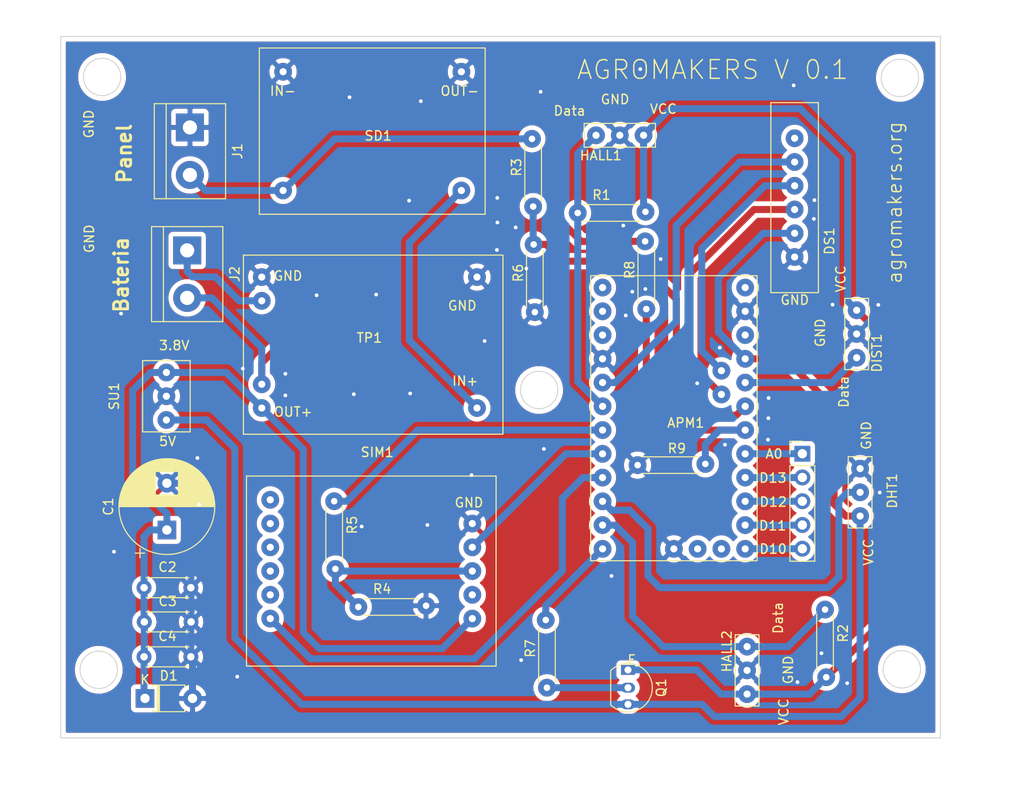
<source format=kicad_pcb>
(kicad_pcb (version 20171130) (host pcbnew "(5.1.5)-3")
  (layers (0 F.Cu signal hide) (31 B.Cu signal) (34 B.Paste user hide) (35 F.Paste user hide) (36 B.SilkS user hide) (37 F.SilkS user) (38 B.Mask user) (39 F.Mask user) (44 Edge.Cuts user))
  (net 0 "")
  (net 1 GND)
  (net 2 "Net-(APM1-Pad29)")
  (net 3 "Net-(APM1-Pad28)")
  (net 4 "Net-(APM1-Pad17)")
  (net 5 +5V)
  (net 6 "Net-(APM1-Pad11)")
  (net 7 "Net-(APM1-Pad10)")
  (net 8 "Net-(APM1-Pad9)")
  (net 9 "Net-(APM1-Pad8)")
  (net 10 "Net-(APM1-Pad7)")
  (net 11 "Net-(APM1-Pad6)")
  (net 12 "Net-(APM1-Pad5)")
  (net 13 "Net-(J1-Pad2)")
  (net 14 +3V8)
  (net 15 "Net-(R4-Pad1)")
  (net 16 "Net-(SD1-Pad4)")
  (net 17 "Net-(APM1-Pad12)")
  (net 18 VCCQ)
  (net 19 "Net-(Q1-Pad2)")
  (net 20 "Net-(APM1-Pad26)")
  (net 21 "Net-(APM1-Pad25)")
  (net 22 "Net-(APM1-Pad24)")
  (net 23 "Net-(APM1-Pad23)")
  (net 24 "Net-(APM1-Pad22)")
  (net 25 "Net-(APM1-Pad21)")
  (net 26 "Net-(APM1-Pad20)")
  (net 27 "Net-(APM1-Pad15)")
  (net 28 "Net-(APM1-Pad13)")
  (net 29 "Net-(APM1-Pad3)")
  (net 30 "Net-(APM1-Pad2)")
  (net 31 "Net-(APM1-Pad1)")
  (net 32 "Net-(DS1-Pad1)")
  (net 33 "Net-(SIM1-Pad11)")
  (net 34 "Net-(SIM1-Pad10)")
  (net 35 "Net-(SIM1-Pad9)")
  (net 36 "Net-(SIM1-Pad8)")
  (net 37 "Net-(SIM1-Pad7)")
  (net 38 "Net-(SIM1-Pad2)")
  (net 39 BAT+)
  (net 40 BAT-)
  (net 41 V_Panel)
  (net 42 V_Bat)
  (module pcb_ss:TP4056Pro (layer F.Cu) (at 136.2837 75.7682 180)
    (fp_text reference TP1 (at 0 0.5) (layer F.SilkS))
    (fp_text value TP4056)
    (pad 6 thru_hole circle (at 11.5 4.46 180) (size 1.9 1.9) (drill 0.762) (layers *.Cu *.Mask) (net 40 BAT-))
    (pad 5 thru_hole circle (at 11.5 -4.46 180) (size 1.9 1.9) (drill 0.762) (layers *.Cu *.Mask) (net 39 BAT+))
    (pad 4 thru_hole circle (at 11.5 7 180) (size 1.9 1.9) (drill 0.762) (layers *.Cu *.Mask) (net 1 GND))
    (pad 3 thru_hole circle (at 11.5 -7 180) (size 1.9 1.9) (drill 0.762) (layers *.Cu *.Mask) (net 14 +3V8))
    (pad 2 thru_hole circle (at -11.5 7 180) (size 1.9 1.9) (drill 0.762) (layers *.Cu *.Mask) (net 1 GND))
    (pad 1 thru_hole circle (at -11.5 -7 180) (size 1.9 1.9) (drill 0.762) (layers *.Cu *.Mask) (net 16 "Net-(SD1-Pad4)"))
  )
  (module Package_TO_SOT_THT:TO-92_Inline (layer F.Cu) (at 163.9189 111.4044 270)
    (fp_text reference Q1 (at 1.27 -3.56 270) (layer F.SilkS))
    (fp_text value 2N3904)
    (pad 2 thru_hole oval (at 1.27 0 270) (size 1.05 1.5) (drill 0.75) (layers *.Cu *.Mask) (net 19 "Net-(Q1-Pad2)"))
    (pad 3 thru_hole oval (at 3.048 0 270) (size 1.05 1.5) (drill 0.75) (layers *.Cu *.Mask) (net 5 +5V))
    (pad 1 thru_hole rect (at -0.635 0 270) (size 1.05 1.5) (drill 0.75) (layers *.Cu *.Mask) (net 18 VCCQ))
  )
  (module pcb_ss:ResistorPCB (layer F.Cu) (at 158.5468 61.9125)
    (fp_text reference R1 (at 2.54 -1.92) (layer F.SilkS))
    (fp_text value R)
    (pad 2 thru_hole oval (at 7.239 -0.127) (size 1.9 1.9) (drill 0.7) (layers *.Cu *.Mask) (net 18 VCCQ))
    (pad 1 thru_hole circle (at 0 0) (size 1.9 1.9) (drill 0.7) (layers *.Cu *.Mask) (net 11 "Net-(APM1-Pad6)"))
  )
  (module pcb_ss:ResistorPCB (layer F.Cu) (at 132.5245 92.7354 270)
    (fp_text reference R5 (at 2.54 -1.92 90) (layer F.SilkS))
    (fp_text value R)
    (pad 2 thru_hole oval (at 7.239 -0.127 270) (size 1.9 1.9) (drill 0.7) (layers *.Cu *.Mask) (net 15 "Net-(R4-Pad1)"))
    (pad 1 thru_hole circle (at 0 0 270) (size 1.9 1.9) (drill 0.7) (layers *.Cu *.Mask) (net 10 "Net-(APM1-Pad7)"))
  )
  (module pcb_ss:ResistorPCB (layer F.Cu) (at 135.1026 104.0384)
    (fp_text reference R4 (at 2.54 -1.92) (layer F.SilkS))
    (fp_text value R)
    (pad 2 thru_hole oval (at 7.239 -0.127) (size 1.9 1.9) (drill 0.7) (layers *.Cu *.Mask) (net 1 GND))
    (pad 1 thru_hole circle (at 0 0) (size 1.9 1.9) (drill 0.7) (layers *.Cu *.Mask) (net 15 "Net-(R4-Pad1)"))
  )
  (module pcb_ss:ResistorPCB (layer F.Cu) (at 184.9755 104.3178 270)
    (fp_text reference R2 (at 2.54 -1.92 90) (layer F.SilkS))
    (fp_text value R)
    (pad 2 thru_hole oval (at 7.239 -0.127 270) (size 1.9 1.9) (drill 0.7) (layers *.Cu *.Mask) (net 18 VCCQ))
    (pad 1 thru_hole circle (at 0 0 270) (size 1.9 1.9) (drill 0.7) (layers *.Cu *.Mask) (net 6 "Net-(APM1-Pad11)"))
  )
  (module pcb_ss:mini_pro (layer F.Cu) (at 168.8211 83.8581)
    (fp_text reference APM1 (at 1.27 0.5) (layer F.SilkS))
    (fp_text value pro_mini_arduino)
    (pad 27 thru_hole circle (at 0 13.97) (size 1.9 1.9) (drill 0.762) (layers *.Cu *.Mask) (net 1 GND))
    (pad 26 thru_hole circle (at 2.54 13.97) (size 1.9 1.9) (drill 0.762) (layers *.Cu *.Mask) (net 20 "Net-(APM1-Pad26)"))
    (pad 25 thru_hole circle (at 5.08 13.97) (size 1.9 1.9) (drill 0.762) (layers *.Cu *.Mask) (net 21 "Net-(APM1-Pad25)"))
    (pad 29 thru_hole circle (at 5.08 -2.54) (size 1.9 1.9) (drill 0.762) (layers *.Cu *.Mask) (net 2 "Net-(APM1-Pad29)"))
    (pad 28 thru_hole circle (at 5.08 -5.08) (size 1.9 1.9) (drill 0.762) (layers *.Cu *.Mask) (net 3 "Net-(APM1-Pad28)"))
    (pad 24 thru_hole circle (at 7.62 13.97) (size 1.9 1.9) (drill 0.762) (layers *.Cu *.Mask) (net 22 "Net-(APM1-Pad24)"))
    (pad 23 thru_hole circle (at 7.62 11.43) (size 1.9 1.9) (drill 0.762) (layers *.Cu *.Mask) (net 23 "Net-(APM1-Pad23)"))
    (pad 22 thru_hole circle (at 7.62 8.89) (size 1.9 1.9) (drill 0.762) (layers *.Cu *.Mask) (net 24 "Net-(APM1-Pad22)"))
    (pad 21 thru_hole circle (at 7.62 6.35) (size 1.9 1.9) (drill 0.762) (layers *.Cu *.Mask) (net 25 "Net-(APM1-Pad21)"))
    (pad 20 thru_hole circle (at 7.62 3.81) (size 1.9 1.9) (drill 0.762) (layers *.Cu *.Mask) (net 26 "Net-(APM1-Pad20)"))
    (pad 19 thru_hole circle (at 7.62 1.27) (size 1.9 1.9) (drill 0.762) (layers *.Cu *.Mask) (net 42 V_Bat))
    (pad 18 thru_hole circle (at 7.62 -1.27) (size 1.9 1.9) (drill 0.762) (layers *.Cu *.Mask) (net 41 V_Panel))
    (pad 17 thru_hole circle (at 7.62 -3.81) (size 1.9 1.9) (drill 0.762) (layers *.Cu *.Mask) (net 4 "Net-(APM1-Pad17)"))
    (pad 16 thru_hole circle (at 7.62 -6.35) (size 1.9 1.9) (drill 0.762) (layers *.Cu *.Mask) (net 5 +5V))
    (pad 15 thru_hole circle (at 7.62 -8.89) (size 1.9 1.9) (drill 0.762) (layers *.Cu *.Mask) (net 27 "Net-(APM1-Pad15)"))
    (pad 14 thru_hole circle (at 7.62 -11.43) (size 1.9 1.9) (drill 0.762) (layers *.Cu *.Mask) (net 1 GND))
    (pad 13 thru_hole circle (at 7.62 -13.97) (size 1.9 1.9) (drill 0.762) (layers *.Cu *.Mask) (net 28 "Net-(APM1-Pad13)"))
    (pad 12 thru_hole circle (at -7.62 13.97) (size 1.9 1.9) (drill 0.762) (layers *.Cu *.Mask) (net 17 "Net-(APM1-Pad12)"))
    (pad 11 thru_hole circle (at -7.62 11.43) (size 1.9 1.9) (drill 0.762) (layers *.Cu *.Mask) (net 6 "Net-(APM1-Pad11)"))
    (pad 10 thru_hole circle (at -7.62 8.89) (size 1.9 1.9) (drill 0.762) (layers *.Cu *.Mask) (net 7 "Net-(APM1-Pad10)"))
    (pad 9 thru_hole circle (at -7.62 6.35) (size 1.9 1.9) (drill 0.762) (layers *.Cu *.Mask) (net 8 "Net-(APM1-Pad9)"))
    (pad 8 thru_hole circle (at -7.62 3.81) (size 1.9 1.9) (drill 0.762) (layers *.Cu *.Mask) (net 9 "Net-(APM1-Pad8)"))
    (pad 7 thru_hole circle (at -7.62 1.27) (size 1.9 1.9) (drill 0.762) (layers *.Cu *.Mask) (net 10 "Net-(APM1-Pad7)"))
    (pad 6 thru_hole circle (at -7.62 -1.27) (size 1.9 1.9) (drill 0.762) (layers *.Cu *.Mask) (net 11 "Net-(APM1-Pad6)"))
    (pad 5 thru_hole circle (at -7.62 -3.81) (size 1.9 1.9) (drill 0.762) (layers *.Cu *.Mask) (net 12 "Net-(APM1-Pad5)"))
    (pad 4 thru_hole circle (at -7.62 -6.35) (size 1.9 1.9) (drill 0.762) (layers *.Cu *.Mask) (net 1 GND))
    (pad 3 thru_hole circle (at -7.62 -8.89) (size 1.9 1.9) (drill 0.762) (layers *.Cu *.Mask) (net 29 "Net-(APM1-Pad3)"))
    (pad 2 thru_hole circle (at -7.62 -11.43) (size 1.9 1.9) (drill 0.762) (layers *.Cu *.Mask) (net 30 "Net-(APM1-Pad2)"))
    (pad 1 thru_hole circle (at -7.62 -13.97) (size 1.9 1.9) (drill 0.762) (layers *.Cu *.Mask) (net 31 "Net-(APM1-Pad1)"))
  )
  (module pcb_ss:DHT22 (layer F.Cu) (at 188.722 91.7829 90)
    (fp_text reference DHT1 (at 0.1524 3.429 90) (layer F.SilkS))
    (fp_text value DHT22)
    (fp_text user VCC (at -6.4008 0.889 90) (layer F.SilkS))
    (fp_text user GND (at 6.0833 0.6604 90) (layer F.SilkS))
    (pad 3 thru_hole circle (at 2.54 0 90) (size 1.9 1.9) (drill 0.762) (layers *.Cu *.Mask) (net 1 GND))
    (pad 2 thru_hole circle (at 0 0 90) (size 1.9 1.9) (drill 0.762) (layers *.Cu *.Mask) (net 7 "Net-(APM1-Pad10)"))
    (pad 1 thru_hole circle (at -2.54 0 90) (size 1.9 1.9) (drill 0.762) (layers *.Cu *.Mask) (net 5 +5V))
  )
  (module pcb_ss:Hall (layer F.Cu) (at 188.3537 74.8538 270)
    (fp_text reference DIST1 (at 2.032 -2.159 90) (layer F.SilkS))
    (fp_text value SHARP)
    (fp_text user GND (at -0.127 3.8989 90) (layer F.SilkS))
    (fp_text user Data (at 6.1849 1.3716 90) (layer F.SilkS))
    (pad 3 thru_hole circle (at 0 0 270) (size 1.9 1.9) (drill 0.762) (layers *.Cu *.Mask) (net 1 GND))
    (pad 1 thru_hole circle (at -2.54 0 270) (size 1.9 1.9) (drill 0.762) (layers *.Cu *.Mask) (net 18 VCCQ))
    (pad 2 thru_hole circle (at 2.54 0 270) (size 1.9 1.9) (drill 0.762) (layers *.Cu *.Mask) (net 4 "Net-(APM1-Pad17)"))
  )
  (module pcb_ss:DS3231 (layer F.Cu) (at 181.7243 60.2742 270)
    (fp_text reference DS1 (at 4.6482 -3.7211 90) (layer F.SilkS))
    (fp_text value DS3231)
    (pad 6 thru_hole circle (at 6.35 0 270) (size 1.9 1.9) (drill 0.762) (layers *.Cu *.Mask) (net 1 GND))
    (pad 5 thru_hole circle (at 3.81 0 270) (size 1.9 1.9) (drill 0.762) (layers *.Cu *.Mask) (net 5 +5V))
    (pad 4 thru_hole circle (at 1.27 0 270) (size 1.9 1.9) (drill 0.762) (layers *.Cu *.Mask) (net 2 "Net-(APM1-Pad29)"))
    (pad 3 thru_hole circle (at -1.27 0 270) (size 1.9 1.9) (drill 0.762) (layers *.Cu *.Mask) (net 3 "Net-(APM1-Pad28)"))
    (pad 2 thru_hole circle (at -3.81 0 270) (size 1.9 1.9) (drill 0.762) (layers *.Cu *.Mask) (net 12 "Net-(APM1-Pad5)"))
    (pad 1 thru_hole circle (at -6.35 0 270) (size 1.9 1.9) (drill 0.762) (layers *.Cu *.Mask) (net 32 "Net-(DS1-Pad1)"))
  )
  (module pcb_ss:Hall (layer F.Cu) (at 163.0426 53.6067 180)
    (fp_text reference HALL1 (at 2.032 -2.159) (layer F.SilkS))
    (fp_text value A3144)
    (fp_text user GND (at 0.508 3.8354) (layer F.SilkS))
    (fp_text user Data (at 5.3721 2.6162) (layer F.SilkS))
    (pad 3 thru_hole circle (at 0 0 180) (size 1.9 1.9) (drill 0.762) (layers *.Cu *.Mask) (net 1 GND))
    (pad 1 thru_hole circle (at -2.54 0 180) (size 1.9 1.9) (drill 0.762) (layers *.Cu *.Mask) (net 18 VCCQ))
    (pad 2 thru_hole circle (at 2.54 0 180) (size 1.9 1.9) (drill 0.762) (layers *.Cu *.Mask) (net 11 "Net-(APM1-Pad6)"))
  )
  (module pcb_ss:Hall (layer F.Cu) (at 176.6443 110.8202 90)
    (fp_text reference HALL2 (at 2.032 -2.159 90) (layer F.SilkS))
    (fp_text value A3144)
    (fp_text user Data (at 5.6007 3.3147 90) (layer F.SilkS))
    (fp_text user GND (at 0.0508 4.3942 90) (layer F.SilkS))
    (pad 2 thru_hole circle (at 2.54 0 90) (size 1.9 1.9) (drill 0.762) (layers *.Cu *.Mask) (net 6 "Net-(APM1-Pad11)"))
    (pad 1 thru_hole circle (at -2.54 0 90) (size 1.9 1.9) (drill 0.762) (layers *.Cu *.Mask) (net 18 VCCQ))
    (pad 3 thru_hole circle (at 0 0 90) (size 1.9 1.9) (drill 0.762) (layers *.Cu *.Mask) (net 1 GND))
  )
  (module TerminalBlock:TerminalBlock_bornier-2_P5.08mm (layer F.Cu) (at 117.1067 52.7685 270)
    (fp_text reference J1 (at 2.54 -5.08 90) (layer F.SilkS))
    (fp_text value PanelSolar)
    (pad 1 thru_hole rect (at 0 0 270) (size 3 3) (drill 1.52) (layers *.Cu *.Mask) (net 1 GND))
    (pad 2 thru_hole circle (at 5.08 0 270) (size 3 3) (drill 1.52) (layers *.Cu *.Mask) (net 13 "Net-(J1-Pad2)"))
  )
  (module TerminalBlock:TerminalBlock_bornier-2_P5.08mm (layer F.Cu) (at 116.8146 65.913 270)
    (fp_text reference J2 (at 2.54 -5.08 90) (layer F.SilkS))
    (fp_text value "Bateria 3.7v")
    (pad 2 thru_hole circle (at 5.08 0 270) (size 3 3) (drill 1.52) (layers *.Cu *.Mask) (net 39 BAT+))
    (pad 1 thru_hole rect (at 0 0 270) (size 3 3) (drill 1.52) (layers *.Cu *.Mask) (net 40 BAT-))
  )
  (module pcb_ss:MP1584 (layer F.Cu) (at 137.2235 53.1622)
    (fp_text reference SD1 (at 0 0.5) (layer F.SilkS))
    (fp_text value StepDown)
    (pad 1 thru_hole circle (at -10.16 -6.35) (size 1.9 1.9) (drill 0.762) (layers *.Cu *.Mask) (net 1 GND))
    (pad 2 thru_hole circle (at -10.16 6.35) (size 1.9 1.9) (drill 0.762) (layers *.Cu *.Mask) (net 13 "Net-(J1-Pad2)"))
    (pad 3 thru_hole circle (at 8.89 -6.35) (size 1.9 1.9) (drill 0.762) (layers *.Cu *.Mask) (net 1 GND))
    (pad 4 thru_hole circle (at 8.89 6.35) (size 1.9 1.9) (drill 0.762) (layers *.Cu *.Mask) (net 16 "Net-(SD1-Pad4)"))
  )
  (module pcb_ss:SIM800L (layer F.Cu) (at 137.1219 98.933 180)
    (fp_text reference SIM1 (at 0 11.43) (layer F.SilkS))
    (fp_text value SIM800L-library)
    (pad 11 thru_hole circle (at 11.43 6.35 180) (size 1.9 1.9) (drill 0.762) (layers *.Cu *.Mask) (net 33 "Net-(SIM1-Pad11)"))
    (pad 10 thru_hole circle (at 11.43 3.81 180) (size 1.9 1.9) (drill 0.762) (layers *.Cu *.Mask) (net 34 "Net-(SIM1-Pad10)"))
    (pad 9 thru_hole circle (at 11.43 1.27 180) (size 1.9 1.9) (drill 0.762) (layers *.Cu *.Mask) (net 35 "Net-(SIM1-Pad9)"))
    (pad 8 thru_hole circle (at 11.43 -1.27 180) (size 1.9 1.9) (drill 0.762) (layers *.Cu *.Mask) (net 36 "Net-(SIM1-Pad8)"))
    (pad 7 thru_hole circle (at 11.43 -3.81 180) (size 1.9 1.9) (drill 0.762) (layers *.Cu *.Mask) (net 37 "Net-(SIM1-Pad7)"))
    (pad 6 thru_hole circle (at 11.43 -6.35 180) (size 1.9 1.9) (drill 0.762) (layers *.Cu *.Mask) (net 8 "Net-(APM1-Pad9)"))
    (pad 5 thru_hole circle (at -10.16 3.81 180) (size 1.9 1.9) (drill 0.762) (layers *.Cu *.Mask) (net 1 GND))
    (pad 4 thru_hole circle (at -10.16 1.27 180) (size 1.9 1.9) (drill 0.762) (layers *.Cu *.Mask) (net 9 "Net-(APM1-Pad8)"))
    (pad 3 thru_hole circle (at -10.16 -1.27 180) (size 1.9 1.9) (drill 0.762) (layers *.Cu *.Mask) (net 15 "Net-(R4-Pad1)"))
    (pad 2 thru_hole circle (at -10.16 -3.81 180) (size 1.9 1.9) (drill 0.762) (layers *.Cu *.Mask) (net 38 "Net-(SIM1-Pad2)"))
    (pad 1 thru_hole circle (at -10.16 -6.35 180) (size 1.9 1.9) (drill 0.762) (layers *.Cu *.Mask) (net 14 +3V8))
  )
  (module pcb_ss:SU_U3V (layer F.Cu) (at 114.5921 81.5086 270)
    (fp_text reference SU1 (at 0 5.58 90) (layer F.SilkS))
    (fp_text value StepUpUV3)
    (pad 3 thru_hole circle (at 2.54 0 270) (size 1.9 1.9) (drill 0.762) (layers *.Cu *.Mask) (net 5 +5V))
    (pad 2 thru_hole circle (at 0 0 270) (size 1.9 1.9) (drill 0.762) (layers *.Cu *.Mask) (net 1 GND))
    (pad 1 thru_hole circle (at -2.54 0 270) (size 1.9 1.9) (drill 0.762) (layers *.Cu *.Mask) (net 14 +3V8))
  )
  (module Capacitor_THT:CP_Radial_D10.0mm_P5.00mm (layer F.Cu) (at 114.6429 95.8088 90)
    (fp_text reference C1 (at 2.5 -6.25 90) (layer F.SilkS))
    (fp_text value CP)
    (pad 1 thru_hole rect (at 0 0 90) (size 2 2) (drill 1) (layers *.Cu *.Mask) (net 14 +3V8))
    (pad 2 thru_hole circle (at 5 0 90) (size 2 2) (drill 1) (layers *.Cu *.Mask) (net 1 GND))
  )
  (module Capacitor_THT:C_Disc_D4.3mm_W1.9mm_P5.00mm (layer F.Cu) (at 112.2045 101.981)
    (fp_text reference C2 (at 2.5 -2.2) (layer F.SilkS))
    (fp_text value C)
    (pad 1 thru_hole circle (at 0 0) (size 1.6 1.6) (drill 0.8) (layers *.Cu *.Mask) (net 14 +3V8))
    (pad 2 thru_hole circle (at 5 0) (size 1.6 1.6) (drill 0.8) (layers *.Cu *.Mask) (net 1 GND))
  )
  (module Capacitor_THT:C_Disc_D4.3mm_W1.9mm_P5.00mm (layer F.Cu) (at 112.2299 105.6386)
    (fp_text reference C3 (at 2.5 -2.2) (layer F.SilkS))
    (fp_text value C)
    (pad 2 thru_hole circle (at 5 0) (size 1.6 1.6) (drill 0.8) (layers *.Cu *.Mask) (net 1 GND))
    (pad 1 thru_hole circle (at 0 0) (size 1.6 1.6) (drill 0.8) (layers *.Cu *.Mask) (net 14 +3V8))
  )
  (module Capacitor_THT:C_Disc_D4.3mm_W1.9mm_P5.00mm (layer F.Cu) (at 112.2045 109.3724)
    (fp_text reference C4 (at 2.5 -2.2) (layer F.SilkS))
    (fp_text value C)
    (pad 1 thru_hole circle (at 0 0) (size 1.6 1.6) (drill 0.8) (layers *.Cu *.Mask) (net 14 +3V8))
    (pad 2 thru_hole circle (at 5 0) (size 1.6 1.6) (drill 0.8) (layers *.Cu *.Mask) (net 1 GND))
  )
  (module Diode_THT:D_T-1_P5.08mm_Horizontal (layer F.Cu) (at 112.3061 113.8174)
    (fp_text reference D1 (at 2.54 -2.42) (layer F.SilkS))
    (fp_text value D_Zener)
    (fp_text user K (at 0 -2) (layer F.SilkS))
    (pad 1 thru_hole rect (at 0 0) (size 2 2) (drill 1) (layers *.Cu *.Mask) (net 14 +3V8))
    (pad 2 thru_hole oval (at 5.08 0) (size 2 2) (drill 1) (layers *.Cu *.Mask) (net 1 GND))
  )
  (module pcb_ss:ResistorPCB (layer F.Cu) (at 155.2575 112.6744 90)
    (fp_text reference R7 (at 4.191 -1.778 90) (layer F.SilkS))
    (fp_text value R)
    (pad 1 thru_hole circle (at 0 0 90) (size 1.9 1.9) (drill 0.7) (layers *.Cu *.Mask) (net 19 "Net-(Q1-Pad2)"))
    (pad 2 thru_hole oval (at 7.239 -0.127 90) (size 1.9 1.9) (drill 0.7) (layers *.Cu *.Mask) (net 17 "Net-(APM1-Pad12)"))
  )
  (module pcb_ss:ResistorPCB (layer F.Cu) (at 153.7843 61.2267 90)
    (fp_text reference R3 (at 4.191 -1.778 90) (layer F.SilkS))
    (fp_text value R)
    (pad 1 thru_hole circle (at 0 0 90) (size 1.9 1.9) (drill 0.7) (layers *.Cu *.Mask) (net 41 V_Panel))
    (pad 2 thru_hole oval (at 7.239 -0.127 90) (size 1.9 1.9) (drill 0.7) (layers *.Cu *.Mask) (net 13 "Net-(J1-Pad2)"))
  )
  (module pcb_ss:ResistorPCB (layer F.Cu) (at 153.9621 72.517 90)
    (fp_text reference R6 (at 4.191 -1.778 90) (layer F.SilkS))
    (fp_text value R)
    (pad 2 thru_hole oval (at 7.239 -0.127 90) (size 1.9 1.9) (drill 0.7) (layers *.Cu *.Mask) (net 41 V_Panel))
    (pad 1 thru_hole circle (at 0 0 90) (size 1.9 1.9) (drill 0.7) (layers *.Cu *.Mask) (net 1 GND))
  )
  (module Connector_PinHeader_2.54mm:PinHeader_1x05_P2.54mm_Vertical (layer F.Cu) (at 182.5498 87.6554)
    (fp_text reference Regleta1 hide)
    (fp_text value Regleta-library)
    (pad 1 thru_hole rect (at 0 0) (size 1.7 1.7) (drill 1) (layers *.Cu *.Mask) (net 26 "Net-(APM1-Pad20)"))
    (pad 2 thru_hole oval (at 0 2.54) (size 1.7 1.7) (drill 1) (layers *.Cu *.Mask) (net 25 "Net-(APM1-Pad21)"))
    (pad 3 thru_hole oval (at 0 5.08) (size 1.7 1.7) (drill 1) (layers *.Cu *.Mask) (net 24 "Net-(APM1-Pad22)"))
    (pad 4 thru_hole oval (at 0 7.62) (size 1.7 1.7) (drill 1) (layers *.Cu *.Mask) (net 23 "Net-(APM1-Pad23)"))
    (pad 5 thru_hole oval (at 0 10.16) (size 1.7 1.7) (drill 1) (layers *.Cu *.Mask) (net 22 "Net-(APM1-Pad24)"))
  )
  (module pcb_ss:ResistorPCB (layer F.Cu) (at 165.8747 72.1868 90)
    (fp_text reference R8 (at 4.191 -1.778 90) (layer F.SilkS))
    (fp_text value R)
    (pad 2 thru_hole oval (at 7.239 -0.127 90) (size 1.9 1.9) (drill 0.7) (layers *.Cu *.Mask) (net 39 BAT+))
    (pad 1 thru_hole circle (at 0 0 90) (size 1.9 1.9) (drill 0.7) (layers *.Cu *.Mask) (net 42 V_Bat))
  )
  (module pcb_ss:ResistorPCB (layer F.Cu) (at 164.9476 88.8746)
    (fp_text reference R9 (at 4.191 -1.778) (layer F.SilkS))
    (fp_text value R)
    (pad 1 thru_hole circle (at 0 0) (size 1.9 1.9) (drill 0.7) (layers *.Cu *.Mask) (net 1 GND))
    (pad 2 thru_hole oval (at 7.239 -0.127) (size 1.9 1.9) (drill 0.7) (layers *.Cu *.Mask) (net 42 V_Bat))
  )
  (gr_text GND (at 181.737 71.2216) (layer F.SilkS) (effects (font (size 1 1))))
  (gr_text D10 (at 179.4256 97.8408) (layer F.SilkS) (effects (font (size 1 1))))
  (gr_text D11 (at 179.3748 95.3516) (layer F.SilkS) (effects (font (size 1 1))))
  (gr_text D12 (at 179.4383 92.8116) (layer F.SilkS) (effects (font (size 1 1))))
  (gr_text D13 (at 179.4002 90.2462) (layer F.SilkS) (effects (font (size 1 1))))
  (gr_text A0 (at 179.5272 87.6808) (layer F.SilkS) (effects (font (size 1 1))))
  (gr_text Bateria (at 109.7661 68.5292 90) (layer F.SilkS) (effects (font (size 1.5 1.5) (thickness 0.3))))
  (gr_text Panel (at 110.0963 55.5625 90) (layer F.SilkS) (effects (font (size 1.5 1.5) (thickness 0.3))))
  (gr_text "agromakers.org\n" (at 192.4177 60.8076 90) (layer F.SilkS) (effects (font (size 1.5 1.5))))
  (gr_circle (center 107.3658 110.7567) (end 109.3658 110.7567) (layer Edge.Cuts) (width 0.1))
  (gr_circle (center 154.4193 80.8421) (end 156.4193 80.8421) (layer Edge.Cuts) (width 0.1))
  (gr_circle (center 107.7214 47.371) (end 109.7214 47.371) (layer Edge.Cuts) (width 0.1))
  (gr_circle (center 193.1797 110.7059) (end 195.1797 110.7059) (layer Edge.Cuts) (width 0.1))
  (gr_text "AGROMAKERS V 0.1" (at 172.9613 46.5963) (layer F.SilkS) (effects (font (size 2 2))))
  (gr_circle (center 192.9765 47.4726) (end 194.9765 47.4726) (layer Edge.Cuts) (width 0.1))
  (gr_line (start 103.3018 43.0403) (end 197.3018 43.0403) (layer Edge.Cuts) (width 0.1))
  (gr_text "VCC\n" (at 180.5559 115.2652 90) (layer F.SilkS) (effects (font (size 1 1))))
  (gr_text "VCC\n" (at 186.6519 68.961 90) (layer F.SilkS) (effects (font (size 1 1))))
  (gr_text "VCC\n" (at 167.6908 50.8) (layer F.SilkS) (effects (font (size 1 1))))
  (gr_text E (at 164.3253 109.7026) (layer F.SilkS) (effects (font (size 1 1))))
  (gr_line (start 103.3018 118.0403) (end 197.3018 118.0403) (layer Edge.Cuts) (width 0.1))
  (gr_text "IN+\n" (at 146.5199 79.883) (layer F.SilkS) (effects (font (size 1 1))))
  (gr_text "OUT+\n" (at 128.143 83.185) (layer F.SilkS) (effects (font (size 1 1))))
  (gr_text "GND\n" (at 146.9263 92.8878) (layer F.SilkS) (effects (font (size 1 1))))
  (gr_text "3.8V\n\n" (at 115.4303 76.8858) (layer F.SilkS) (effects (font (size 1 1))))
  (gr_text "5V\n" (at 114.7191 86.3346) (layer F.SilkS) (effects (font (size 1 1))))
  (gr_text "GND\n" (at 146.2151 71.8312) (layer F.SilkS) (effects (font (size 1 1))))
  (gr_text "GND\n" (at 127.5842 68.6435) (layer F.SilkS) (effects (font (size 1 1))))
  (gr_text "OUT-\n" (at 145.9357 48.8696) (layer F.SilkS) (effects (font (size 1 1))))
  (gr_text "IN-\n" (at 127.0381 48.8696) (layer F.SilkS) (effects (font (size 1 1))))
  (gr_text "GND\n" (at 106.3117 52.4002 90) (layer F.SilkS) (effects (font (size 1 1))))
  (gr_text "GND\n" (at 106.3498 64.6684 90) (layer F.SilkS) (effects (font (size 1 1))))
  (gr_line (start 103.3018 43.0403) (end 103.3018 118.0403) (layer Edge.Cuts) (width 0.1))
  (gr_line (start 197.3018 43.0403) (end 197.3018 118.0403) (layer Edge.Cuts) (width 0.1))
  (segment (start 147.2819 95.377) (end 147.2819 95.123) (width 0.75) (layer F.Cu) (net 1))
  (segment (start 172.951101 77.828101) (end 172.951101 77.802701) (width 0.75) (layer B.Cu) (net 3))
  (segment (start 173.9011 78.7781) (end 172.951101 77.828101) (width 0.75) (layer B.Cu) (net 3))
  (segment (start 172.951101 77.802701) (end 171.8056 76.6572) (width 0.75) (layer B.Cu) (net 3))
  (segment (start 171.8056 76.6572) (end 171.8056 65.7352) (width 0.75) (layer B.Cu) (net 3))
  (segment (start 178.5366 59.0042) (end 181.7243 59.0042) (width 0.75) (layer B.Cu) (net 3))
  (segment (start 171.8056 65.7352) (end 178.5366 59.0042) (width 0.75) (layer B.Cu) (net 3))
  (segment (start 185.6613 80.0862) (end 188.3537 77.3938) (width 0.75) (layer B.Cu) (net 4))
  (segment (start 185.6232 80.0481) (end 176.4411 80.0481) (width 0.75) (layer B.Cu) (net 4))
  (segment (start 185.6613 80.0862) (end 185.6232 80.0481) (width 0.75) (layer B.Cu) (net 4))
  (segment (start 118.8847 84.0486) (end 121.9073 87.0712) (width 0.75) (layer B.Cu) (net 5))
  (segment (start 121.9073 87.0712) (end 121.9073 107.3404) (width 0.75) (layer B.Cu) (net 5))
  (segment (start 129.0193 114.4524) (end 163.9189 114.4524) (width 0.75) (layer B.Cu) (net 5))
  (segment (start 121.9073 107.3404) (end 129.0193 114.4524) (width 0.75) (layer B.Cu) (net 5))
  (segment (start 114.5921 84.0486) (end 118.8847 84.0486) (width 0.75) (layer B.Cu) (net 5))
  (segment (start 173.140101 115.748801) (end 186.727099 115.748801) (width 0.75) (layer B.Cu) (net 5))
  (segment (start 163.9189 114.4524) (end 171.8437 114.4524) (width 0.75) (layer B.Cu) (net 5))
  (segment (start 171.8437 114.4524) (end 173.140101 115.748801) (width 0.75) (layer B.Cu) (net 5))
  (segment (start 186.727099 115.748801) (end 186.727099 115.736101) (width 0.75) (layer B.Cu) (net 5))
  (segment (start 188.722 113.7412) (end 188.722 94.3229) (width 0.75) (layer B.Cu) (net 5))
  (segment (start 186.727099 115.736101) (end 188.722 113.7412) (width 0.75) (layer B.Cu) (net 5))
  (segment (start 187.2107 94.3229) (end 188.722 94.3229) (width 0.75) (layer F.Cu) (net 5))
  (segment (start 185.9407 93.0529) (end 187.2107 94.3229) (width 0.75) (layer F.Cu) (net 5))
  (segment (start 177.784602 77.5081) (end 177.810002 77.4827) (width 0.75) (layer F.Cu) (net 5))
  (segment (start 176.4411 77.5081) (end 177.784602 77.5081) (width 0.75) (layer F.Cu) (net 5))
  (segment (start 177.810002 77.4827) (end 180.6829 77.4827) (width 0.75) (layer F.Cu) (net 5))
  (segment (start 180.6829 77.4827) (end 185.9407 82.7405) (width 0.75) (layer F.Cu) (net 5))
  (segment (start 185.9407 82.7405) (end 185.9407 93.0529) (width 0.75) (layer F.Cu) (net 5))
  (segment (start 176.4411 77.5081) (end 173.5709 74.6379) (width 0.75) (layer B.Cu) (net 5))
  (segment (start 178.3715 64.0842) (end 181.7243 64.0842) (width 0.75) (layer B.Cu) (net 5))
  (segment (start 173.5709 68.8848) (end 178.3715 64.0842) (width 0.75) (layer B.Cu) (net 5))
  (segment (start 173.5709 74.6379) (end 173.5709 68.8848) (width 0.75) (layer B.Cu) (net 5))
  (segment (start 167.6781 108.2802) (end 176.6443 108.2802) (width 0.75) (layer B.Cu) (net 6))
  (segment (start 181.0131 108.2802) (end 184.9755 104.3178) (width 0.75) (layer B.Cu) (net 6))
  (segment (start 176.6443 108.2802) (end 181.0131 108.2802) (width 0.75) (layer B.Cu) (net 6))
  (segment (start 162.544602 95.2881) (end 164.4142 97.157698) (width 0.75) (layer B.Cu) (net 6))
  (segment (start 161.2011 95.2881) (end 162.544602 95.2881) (width 0.75) (layer B.Cu) (net 6))
  (segment (start 164.4142 105.0163) (end 167.6781 108.2802) (width 0.75) (layer B.Cu) (net 6))
  (segment (start 164.4142 97.157698) (end 164.4142 105.0163) (width 0.75) (layer B.Cu) (net 6))
  (segment (start 162.151099 93.698099) (end 161.2011 92.7481) (width 0.75) (layer B.Cu) (net 7))
  (segment (start 164.068799 93.698099) (end 162.151099 93.698099) (width 0.75) (layer B.Cu) (net 7))
  (segment (start 166.0525 100.711) (end 166.0525 95.6818) (width 0.75) (layer B.Cu) (net 7))
  (segment (start 167.3225 101.981) (end 166.0525 100.711) (width 0.75) (layer B.Cu) (net 7))
  (segment (start 188.722 91.7829) (end 187.378498 91.7829) (width 0.75) (layer B.Cu) (net 7))
  (segment (start 186.4487 92.712698) (end 186.4487 100.8126) (width 0.75) (layer B.Cu) (net 7))
  (segment (start 187.378498 91.7829) (end 186.4487 92.712698) (width 0.75) (layer B.Cu) (net 7))
  (segment (start 186.4487 100.8126) (end 185.2803 101.981) (width 0.75) (layer B.Cu) (net 7))
  (segment (start 166.0525 95.6818) (end 164.068799 93.698099) (width 0.75) (layer B.Cu) (net 7))
  (segment (start 185.2803 101.981) (end 167.3225 101.981) (width 0.75) (layer B.Cu) (net 7))
  (segment (start 159.1056 90.2081) (end 161.2011 90.2081) (width 0.75) (layer B.Cu) (net 8))
  (segment (start 129.9845 109.5756) (end 147.5105 109.5756) (width 0.75) (layer B.Cu) (net 8))
  (segment (start 147.5105 109.5756) (end 156.9085 100.1776) (width 0.75) (layer B.Cu) (net 8))
  (segment (start 125.6919 105.283) (end 129.9845 109.5756) (width 0.75) (layer B.Cu) (net 8))
  (segment (start 156.9085 100.1776) (end 156.9085 92.4052) (width 0.75) (layer B.Cu) (net 8))
  (segment (start 156.9085 92.4052) (end 159.1056 90.2081) (width 0.75) (layer B.Cu) (net 8))
  (segment (start 157.2768 87.6681) (end 161.2011 87.6681) (width 0.75) (layer B.Cu) (net 9))
  (segment (start 147.2819 97.663) (end 157.2768 87.6681) (width 0.75) (layer B.Cu) (net 9))
  (segment (start 141.475302 85.1281) (end 161.2011 85.1281) (width 0.75) (layer B.Cu) (net 10))
  (segment (start 132.5245 92.7354) (end 133.868002 92.7354) (width 0.75) (layer B.Cu) (net 10))
  (segment (start 133.868002 92.7354) (end 141.475302 85.1281) (width 0.75) (layer B.Cu) (net 10))
  (segment (start 160.3248 53.7845) (end 160.5026 53.6067) (width 0.75) (layer B.Cu) (net 11))
  (segment (start 158.5468 79.9338) (end 158.5468 61.9125) (width 0.75) (layer B.Cu) (net 11))
  (segment (start 161.2011 82.5881) (end 158.5468 79.9338) (width 0.75) (layer B.Cu) (net 11))
  (segment (start 158.5468 55.5625) (end 160.5026 53.6067) (width 0.75) (layer B.Cu) (net 11))
  (segment (start 158.5468 61.9125) (end 158.5468 55.5625) (width 0.75) (layer B.Cu) (net 11))
  (segment (start 162.544602 80.0481) (end 169.0751 73.517602) (width 0.75) (layer B.Cu) (net 12))
  (segment (start 161.2011 80.0481) (end 162.544602 80.0481) (width 0.75) (layer B.Cu) (net 12))
  (segment (start 169.0751 73.517602) (end 169.0751 63.2587) (width 0.75) (layer B.Cu) (net 12))
  (segment (start 175.8696 56.4642) (end 181.7243 56.4642) (width 0.75) (layer B.Cu) (net 12))
  (segment (start 169.0751 63.2587) (end 175.8696 56.4642) (width 0.75) (layer B.Cu) (net 12))
  (segment (start 132.588 53.9877) (end 127.0635 59.5122) (width 0.75) (layer B.Cu) (net 13))
  (segment (start 153.6573 53.9877) (end 132.588 53.9877) (width 0.75) (layer B.Cu) (net 13))
  (segment (start 114.5921 78.9686) (end 114.5921 79.251598) (width 0.75) (layer B.Cu) (net 14))
  (segment (start 120.9841 78.9686) (end 124.7837 82.7682) (width 0.75) (layer B.Cu) (net 14))
  (segment (start 114.5921 78.9686) (end 120.9841 78.9686) (width 0.75) (layer B.Cu) (net 14))
  (segment (start 132.6007 100.0252) (end 132.6515 99.9744) (width 0.75) (layer B.Cu) (net 15))
  (segment (start 147.0533 99.9744) (end 147.2819 100.203) (width 0.75) (layer B.Cu) (net 15))
  (segment (start 146.1135 59.5122) (end 140.5509 65.0748) (width 0.75) (layer B.Cu) (net 16))
  (segment (start 140.5509 75.5354) (end 147.7837 82.7682) (width 0.75) (layer B.Cu) (net 16))
  (segment (start 140.5509 65.0748) (end 140.5509 75.5354) (width 0.75) (layer B.Cu) (net 16))
  (segment (start 165.4048 53.7845) (end 165.5826 53.6067) (width 0.75) (layer B.Cu) (net 18))
  (segment (start 163.9189 110.7694) (end 171.2595 110.7694) (width 0.75) (layer B.Cu) (net 18))
  (segment (start 173.8503 113.3602) (end 176.6443 113.3602) (width 0.75) (layer B.Cu) (net 18))
  (segment (start 171.2595 110.7694) (end 173.8503 113.3602) (width 0.75) (layer B.Cu) (net 18))
  (segment (start 183.2991 113.3602) (end 185.1025 111.5568) (width 0.75) (layer B.Cu) (net 18))
  (segment (start 176.6443 113.3602) (end 183.2991 113.3602) (width 0.75) (layer B.Cu) (net 18))
  (segment (start 165.5826 61.5823) (end 165.7858 61.7855) (width 0.75) (layer B.Cu) (net 18))
  (segment (start 165.5826 53.6067) (end 165.5826 61.5823) (width 0.75) (layer B.Cu) (net 18))
  (segment (start 192.2907 76.2508) (end 188.3537 72.3138) (width 0.75) (layer F.Cu) (net 18))
  (segment (start 186.065199 110.606801) (end 192.2907 104.3813) (width 0.75) (layer F.Cu) (net 18))
  (segment (start 192.2907 104.3813) (end 192.2907 76.2508) (width 0.75) (layer F.Cu) (net 18))
  (segment (start 185.1025 111.5568) (end 186.052499 110.606801) (width 0.75) (layer F.Cu) (net 18))
  (segment (start 186.052499 110.606801) (end 186.065199 110.606801) (width 0.75) (layer F.Cu) (net 18))
  (segment (start 182.3339 50.7619) (end 168.4274 50.7619) (width 0.75) (layer B.Cu) (net 18))
  (segment (start 168.4274 50.7619) (end 165.5826 53.6067) (width 0.75) (layer B.Cu) (net 18))
  (segment (start 187.403701 55.831701) (end 182.3339 50.7619) (width 0.75) (layer B.Cu) (net 18))
  (segment (start 187.403701 71.363801) (end 187.403701 55.831701) (width 0.75) (layer B.Cu) (net 18))
  (segment (start 188.3537 72.3138) (end 187.403701 71.363801) (width 0.75) (layer B.Cu) (net 18))
  (segment (start 155.2575 112.6744) (end 163.9189 112.6744) (width 0.75) (layer B.Cu) (net 19))
  (segment (start 176.4538 97.8154) (end 176.4411 97.8281) (width 0.75) (layer B.Cu) (net 22))
  (segment (start 182.5498 97.8154) (end 176.4538 97.8154) (width 0.75) (layer B.Cu) (net 22))
  (segment (start 182.5371 95.2881) (end 182.5498 95.2754) (width 0.75) (layer B.Cu) (net 23))
  (segment (start 176.4411 95.2881) (end 182.5371 95.2881) (width 0.75) (layer B.Cu) (net 23))
  (segment (start 176.4538 92.7354) (end 176.4411 92.7481) (width 0.75) (layer B.Cu) (net 24))
  (segment (start 182.5498 92.7354) (end 176.4538 92.7354) (width 0.75) (layer B.Cu) (net 24))
  (segment (start 182.5371 90.2081) (end 182.5498 90.1954) (width 0.75) (layer B.Cu) (net 25))
  (segment (start 176.4411 90.2081) (end 182.5371 90.2081) (width 0.75) (layer B.Cu) (net 25))
  (segment (start 176.4538 87.6554) (end 176.4411 87.6681) (width 0.75) (layer B.Cu) (net 26))
  (segment (start 182.5498 87.6554) (end 176.4538 87.6554) (width 0.75) (layer B.Cu) (net 26))
  (segment (start 111.9251 101.7016) (end 112.2045 101.981) (width 0.75) (layer B.Cu) (net 14))
  (segment (start 112.2045 105.6132) (end 112.2299 105.6386) (width 0.75) (layer B.Cu) (net 14))
  (segment (start 112.2045 101.981) (end 112.2045 105.6132) (width 0.75) (layer B.Cu) (net 14))
  (segment (start 112.2299 109.347) (end 112.2045 109.3724) (width 0.75) (layer B.Cu) (net 14))
  (segment (start 112.2299 105.6386) (end 112.2299 109.347) (width 0.75) (layer B.Cu) (net 14))
  (segment (start 112.2045 113.7158) (end 112.3061 113.8174) (width 0.75) (layer B.Cu) (net 14))
  (segment (start 112.2045 109.3724) (end 112.2045 113.7158) (width 0.75) (layer B.Cu) (net 14))
  (segment (start 112.2045 96.4972) (end 112.8929 95.8088) (width 0.75) (layer B.Cu) (net 14))
  (segment (start 112.8929 95.8088) (end 114.6429 95.8088) (width 0.75) (layer B.Cu) (net 14))
  (segment (start 112.2045 101.981) (end 112.2045 96.4972) (width 0.75) (layer B.Cu) (net 14))
  (segment (start 135.2042 56.7182) (end 128.6256 63.2968) (width 0.75) (layer F.Cu) (net 39))
  (segment (start 152.908 56.7182) (end 135.2042 56.7182) (width 0.75) (layer F.Cu) (net 39))
  (segment (start 164.391498 64.9605) (end 158.9278 64.9605) (width 0.75) (layer F.Cu) (net 39))
  (segment (start 156.1465 59.9567) (end 152.908 56.7182) (width 0.75) (layer F.Cu) (net 39))
  (segment (start 158.9278 64.9605) (end 156.1465 62.1792) (width 0.75) (layer F.Cu) (net 39))
  (segment (start 165.7477 64.9478) (end 164.404198 64.9478) (width 0.75) (layer F.Cu) (net 39))
  (segment (start 164.404198 64.9478) (end 164.391498 64.9605) (width 0.75) (layer F.Cu) (net 39))
  (segment (start 156.1465 62.1792) (end 156.1465 59.9567) (width 0.75) (layer F.Cu) (net 39))
  (segment (start 117.3861 109.554) (end 117.2045 109.3724) (width 0.75) (layer F.Cu) (net 1))
  (segment (start 117.2045 105.664) (end 117.2299 105.6386) (width 0.75) (layer F.Cu) (net 1))
  (segment (start 117.2299 102.0064) (end 117.2045 101.981) (width 0.75) (layer F.Cu) (net 1))
  (segment (start 117.3861 109.554) (end 117.2045 109.3724) (width 0.75) (layer B.Cu) (net 1))
  (segment (start 117.3861 113.8174) (end 117.3861 109.554) (width 0.75) (layer B.Cu) (net 1))
  (segment (start 117.2045 105.664) (end 117.2299 105.6386) (width 0.75) (layer B.Cu) (net 1))
  (segment (start 117.2045 109.3724) (end 117.2045 105.664) (width 0.75) (layer B.Cu) (net 1))
  (segment (start 117.2299 102.0064) (end 117.2045 101.981) (width 0.75) (layer B.Cu) (net 1))
  (segment (start 117.2299 105.6386) (end 117.2299 102.0064) (width 0.75) (layer B.Cu) (net 1))
  (segment (start 117.2045 100.84963) (end 117.2045 101.981) (width 0.75) (layer B.Cu) (net 1))
  (segment (start 117.2045 91.956187) (end 117.2045 100.84963) (width 0.75) (layer B.Cu) (net 1))
  (segment (start 116.057113 90.8088) (end 117.2045 91.956187) (width 0.75) (layer B.Cu) (net 1))
  (segment (start 114.6429 90.8088) (end 116.057113 90.8088) (width 0.75) (layer B.Cu) (net 1))
  (via (at 178.943 81.6991) (size 0.8) (drill 0.4) (layers F.Cu B.Cu) (net 1))
  (via (at 178.9176 83.8581) (size 0.8) (drill 0.4) (layers F.Cu B.Cu) (net 1))
  (via (at 178.8795 86.1568) (size 0.8) (drill 0.4) (layers F.Cu B.Cu) (net 1))
  (via (at 173.7233 76.3143) (size 0.8) (drill 0.4) (layers F.Cu B.Cu) (net 1))
  (via (at 171.3103 80.1243) (size 0.8) (drill 0.4) (layers F.Cu B.Cu) (net 1))
  (via (at 183.8452 60.5409) (size 0.8) (drill 0.4) (layers F.Cu B.Cu) (net 1))
  (via (at 183.7817 62.5475) (size 0.8) (drill 0.4) (layers F.Cu B.Cu) (net 1))
  (via (at 149.9489 60.2996) (size 0.8) (drill 0.4) (layers F.Cu B.Cu) (net 1))
  (via (at 149.9616 62.9285) (size 0.8) (drill 0.4) (layers F.Cu B.Cu) (net 1))
  (via (at 149.9108 65.8622) (size 0.8) (drill 0.4) (layers F.Cu B.Cu) (net 1))
  (via (at 151.9174 63.4619) (size 0.8) (drill 0.4) (layers F.Cu B.Cu) (net 1))
  (via (at 127.3048 79.1083) (size 0.8) (drill 0.4) (layers F.Cu B.Cu) (net 1))
  (via (at 127.3048 81.4197) (size 0.8) (drill 0.4) (layers F.Cu B.Cu) (net 1))
  (via (at 122.7582 78.5495) (size 0.8) (drill 0.4) (layers F.Cu B.Cu) (net 1))
  (via (at 187.3377 112.1918) (size 0.8) (drill 0.4) (layers F.Cu B.Cu) (net 1))
  (via (at 184.5945 108.9914) (size 0.8) (drill 0.4) (layers F.Cu B.Cu) (net 1))
  (via (at 182.0291 112.0775) (size 0.8) (drill 0.4) (layers F.Cu B.Cu) (net 1))
  (via (at 190.8175 91.8083) (size 0.8) (drill 0.4) (layers F.Cu B.Cu) (net 1))
  (via (at 167.4114 66.8401) (size 0.8) (drill 0.4) (layers F.Cu B.Cu) (net 1))
  (via (at 163.4109 63.2587) (size 0.8) (drill 0.4) (layers F.Cu B.Cu) (net 1))
  (via (at 164.3761 70.3326) (size 0.8) (drill 0.4) (layers F.Cu B.Cu) (net 1))
  (via (at 165.7731 70.0405) (size 0.8) (drill 0.4) (layers F.Cu B.Cu) (net 1))
  (via (at 163.6776 72.8726) (size 0.8) (drill 0.4) (layers F.Cu B.Cu) (net 1))
  (via (at 153.0604 67.8561) (size 0.8) (drill 0.4) (layers F.Cu B.Cu) (net 1))
  (via (at 174.2821 86.6902) (size 0.8) (drill 0.4) (layers F.Cu B.Cu) (net 1))
  (via (at 190.6651 71.7423) (size 0.8) (drill 0.4) (layers F.Cu B.Cu) (net 1))
  (via (at 185.7756 71.7169) (size 0.8) (drill 0.4) (layers F.Cu B.Cu) (net 1))
  (via (at 154.9273 87.1474) (size 0.8) (drill 0.4) (layers F.Cu B.Cu) (net 1))
  (via (at 162.1536 100.7237) (size 0.8) (drill 0.4) (layers F.Cu B.Cu) (net 1))
  (via (at 135.4582 95.4405) (size 0.8) (drill 0.4) (layers F.Cu B.Cu) (net 1))
  (via (at 142.4813 95.2754) (size 0.8) (drill 0.4) (layers F.Cu B.Cu) (net 1))
  (via (at 134.62 81.2927) (size 0.8) (drill 0.4) (layers F.Cu B.Cu) (net 1))
  (via (at 140.6398 81.2165) (size 0.8) (drill 0.4) (layers F.Cu B.Cu) (net 1))
  (via (at 130.6449 70.7136) (size 0.8) (drill 0.4) (layers F.Cu B.Cu) (net 1))
  (via (at 137.0076 70.6374) (size 0.8) (drill 0.4) (layers F.Cu B.Cu) (net 1))
  (via (at 140.5255 60.5917) (size 0.8) (drill 0.4) (layers F.Cu B.Cu) (net 1))
  (via (at 134.1628 49.5427) (size 0.8) (drill 0.4) (layers F.Cu B.Cu) (net 1))
  (via (at 141.7828 49.9618) (size 0.8) (drill 0.4) (layers F.Cu B.Cu) (net 1))
  (via (at 154.5844 48.9585) (size 0.8) (drill 0.4) (layers F.Cu B.Cu) (net 1))
  (via (at 165.227 46.5328) (size 0.8) (drill 0.4) (layers F.Cu B.Cu) (net 1))
  (via (at 181.6227 48.2727) (size 0.8) (drill 0.4) (layers F.Cu B.Cu) (net 1))
  (via (at 109.7534 72.6694) (size 0.8) (drill 0.4) (layers F.Cu B.Cu) (net 1))
  (via (at 117.9068 88.1126) (size 0.8) (drill 0.4) (layers F.Cu B.Cu) (net 1))
  (via (at 118.0846 93.091) (size 0.8) (drill 0.4) (layers F.Cu B.Cu) (net 1))
  (via (at 108.9914 98.1329) (size 0.8) (drill 0.4) (layers F.Cu B.Cu) (net 1))
  (via (at 122.1613 111.4933) (size 0.8) (drill 0.4) (layers F.Cu B.Cu) (net 1))
  (via (at 148.6027 75.6031) (size 0.8) (drill 0.4) (layers F.Cu B.Cu) (net 1))
  (via (at 147.2057 89.9414) (size 0.8) (drill 0.4) (layers F.Cu B.Cu) (net 1))
  (via (at 152.5016 109.728) (size 0.8) (drill 0.4) (layers F.Cu B.Cu) (net 1))
  (segment (start 177.3809 61.5442) (end 181.7243 61.5442) (width 0.75) (layer F.Cu) (net 2))
  (segment (start 173.9011 81.3181) (end 170.4721 77.8891) (width 0.75) (layer F.Cu) (net 2))
  (segment (start 170.4721 68.453) (end 177.3809 61.5442) (width 0.75) (layer F.Cu) (net 2))
  (segment (start 170.4721 77.8891) (end 170.4721 68.453) (width 0.75) (layer F.Cu) (net 2))
  (segment (start 118.7704 59.5122) (end 127.0635 59.5122) (width 0.75) (layer B.Cu) (net 13))
  (segment (start 117.1067 57.8485) (end 118.7704 59.5122) (width 0.75) (layer B.Cu) (net 13))
  (segment (start 114.6429 94.0588) (end 114.526 93.9419) (width 0.75) (layer B.Cu) (net 14))
  (segment (start 114.6429 95.8088) (end 114.6429 94.0588) (width 0.75) (layer B.Cu) (net 14))
  (segment (start 114.526 93.9419) (end 114.5159 93.9419) (width 0.75) (layer B.Cu) (net 14))
  (segment (start 114.5159 93.9419) (end 110.9853 90.4113) (width 0.75) (layer B.Cu) (net 14))
  (segment (start 110.9853 90.4113) (end 110.9853 80.8863) (width 0.75) (layer B.Cu) (net 14))
  (segment (start 112.903 78.9686) (end 114.5921 78.9686) (width 0.75) (layer B.Cu) (net 14))
  (segment (start 110.9853 80.8863) (end 112.903 78.9686) (width 0.75) (layer B.Cu) (net 14))
  (segment (start 129.2225 106.7816) (end 129.2225 87.207) (width 0.75) (layer B.Cu) (net 14))
  (segment (start 130.9243 108.4834) (end 129.2225 106.7816) (width 0.75) (layer B.Cu) (net 14))
  (segment (start 129.2225 87.207) (end 124.7837 82.7682) (width 0.75) (layer B.Cu) (net 14))
  (segment (start 147.2819 105.283) (end 144.0815 108.4834) (width 0.75) (layer B.Cu) (net 14))
  (segment (start 144.0815 108.4834) (end 130.9243 108.4834) (width 0.75) (layer B.Cu) (net 14))
  (segment (start 132.8801 100.203) (end 132.6515 99.9744) (width 0.75) (layer B.Cu) (net 15))
  (segment (start 147.2819 100.203) (end 132.8801 100.203) (width 0.75) (layer B.Cu) (net 15))
  (segment (start 132.6515 101.5873) (end 135.1026 104.0384) (width 0.75) (layer B.Cu) (net 15))
  (segment (start 132.6515 99.9744) (end 132.6515 101.5873) (width 0.75) (layer B.Cu) (net 15))
  (segment (start 155.1305 103.8987) (end 155.1305 105.4354) (width 0.75) (layer B.Cu) (net 17))
  (segment (start 161.2011 97.8281) (end 155.1305 103.8987) (width 0.75) (layer B.Cu) (net 17))
  (segment (start 128.6256 63.2968) (end 128.6256 74.1045) (width 0.75) (layer F.Cu) (net 39))
  (segment (start 124.7837 77.9464) (end 124.7837 80.2282) (width 0.75) (layer F.Cu) (net 39))
  (segment (start 128.6256 74.1045) (end 124.7837 77.9464) (width 0.75) (layer F.Cu) (net 39))
  (segment (start 119.4562 70.993) (end 116.8146 70.993) (width 0.75) (layer B.Cu) (net 39))
  (segment (start 124.7837 80.2282) (end 124.7837 76.3205) (width 0.75) (layer B.Cu) (net 39))
  (segment (start 124.7837 76.3205) (end 119.4562 70.993) (width 0.75) (layer B.Cu) (net 39))
  (segment (start 116.8146 68.163) (end 117.3967 68.7451) (width 0.75) (layer B.Cu) (net 40))
  (segment (start 116.8146 65.913) (end 116.8146 68.163) (width 0.75) (layer B.Cu) (net 40))
  (segment (start 117.3967 68.7451) (end 119.8372 68.7451) (width 0.75) (layer B.Cu) (net 40))
  (segment (start 122.4003 71.3082) (end 124.7837 71.3082) (width 0.75) (layer B.Cu) (net 40))
  (segment (start 119.8372 68.7451) (end 122.4003 71.3082) (width 0.75) (layer B.Cu) (net 40))
  (segment (start 153.7843 65.2272) (end 153.8351 65.278) (width 0.75) (layer B.Cu) (net 41))
  (segment (start 153.7843 61.2267) (end 153.7843 65.2272) (width 0.75) (layer B.Cu) (net 41))
  (segment (start 155.178602 65.278) (end 156.969302 67.0687) (width 0.75) (layer F.Cu) (net 41))
  (segment (start 153.8351 65.278) (end 155.178602 65.278) (width 0.75) (layer F.Cu) (net 41))
  (segment (start 156.969302 67.0687) (end 165.0365 67.0687) (width 0.75) (layer F.Cu) (net 41))
  (segment (start 165.0365 67.0687) (end 169.0878 71.12) (width 0.75) (layer F.Cu) (net 41))
  (segment (start 169.0878 71.12) (end 169.0878 79.3369) (width 0.75) (layer F.Cu) (net 41))
  (segment (start 175.491101 83.538099) (end 176.4411 82.5881) (width 0.75) (layer F.Cu) (net 41))
  (segment (start 173.288999 83.538099) (end 175.491101 83.538099) (width 0.75) (layer F.Cu) (net 41))
  (segment (start 169.0878 79.3369) (end 173.288999 83.538099) (width 0.75) (layer F.Cu) (net 41))
  (segment (start 165.8747 72.1868) (end 165.8747 79.2226) (width 0.75) (layer F.Cu) (net 42))
  (segment (start 171.7802 85.1281) (end 176.4411 85.1281) (width 0.75) (layer F.Cu) (net 42))
  (segment (start 165.8747 79.2226) (end 171.7802 85.1281) (width 0.75) (layer F.Cu) (net 42))
  (segment (start 172.1866 88.7476) (end 172.1866 86.6394) (width 0.75) (layer B.Cu) (net 42))
  (segment (start 173.6979 85.1281) (end 176.4411 85.1281) (width 0.75) (layer B.Cu) (net 42))
  (segment (start 172.1866 86.6394) (end 173.6979 85.1281) (width 0.75) (layer B.Cu) (net 42))
  (zone (net 1) (net_name GND) (layer B.Cu) (connect_pads (clearance 0.5)) (min_thickness 0.254) (fill yes (arc_segments 32) (thermal_gap 0.508) (thermal_bridge_width 0.508))
    (polygon (pts (xy 206.2353 40.0177) (xy 203.0349 124.9807) (xy 96.8121 125.5649) (xy 99.0981 39.2049) (xy 99.187 39.1414)))
  )
  (zone (net 1) (net_name GND) (layer F.Cu) (connect_pads (clearance 0.5)) (min_thickness 0.254) (fill yes (arc_segments 32) (thermal_gap 0.508) (thermal_bridge_width 0.508))
    (polygon (pts (xy 209.7659 38.1254) (xy 207.6069 125.5395) (xy 91.4019 123.571) (xy 97.6884 37.6428) (xy 97.6884 37.5412)))
  )
)
</source>
